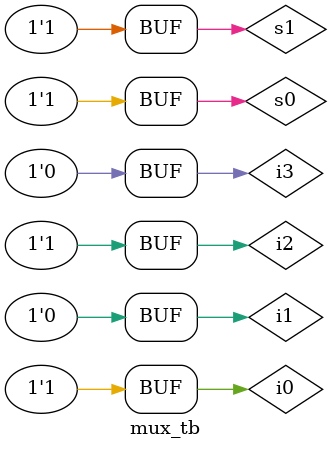
<source format=sv>
`timescale 1ns / 1ps
module mux_tb;
// Inputs
reg s1;
reg s0;
reg i0;
reg i1;
reg i2;
reg i3;
// Outputs
wire d;
// Instantiate the Unit Under Test (UUT)
  mux_bh uut ( // change to “mux_st” for testing your structural model
.s1(s1),
.s0(s0),
.i0(i0),
.i1(i1),
.i2(i2),
.i3(i3),
.d(d)
);
  
initial begin
  $dumpfile("dump.vcd"); $dumpvars;
  i0 = 1;
  i1 = 0;
  i2 = 1;
  i3 = 0;
  
s1 = 0;
s0 = 0;
#100;
$display("TC11 ");
if ( d != i0 ) $display ("Result is wrong");
  
s1 = 0;
s0 = 1;
#100;
$display("TC12 ");
if ( d != i1 ) $display ("Result is wrong");
  
s1 = 1;
s0 = 0;
#100;
$display("TC13 ");
if ( d != i2 ) $display ("Result is wrong");
  
s1 = 1;
s0 = 1;
#100;
$display("TC14 ");
if ( d != i3 ) $display ("Result is wrong");

end
endmodule

</source>
